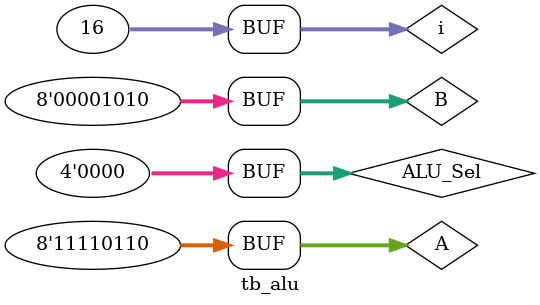
<source format=v>
module alu(
           input [7:0] A,B,                  
           input [3:0] ALU_Sel,
           output reg [7:0] ALU_Out, 
           output  CarryOut // Carry Out Flag
    );
    wire [8:0] tmp;
    assign tmp = {1'b0,A} + {1'b0,B};
    assign CarryOut = tmp[8]; // Carryout flag

    always @(*) 
    begin  
        case(ALU_Sel)
        4'b0000: 
           ALU_Out = A + B; 
        4'b0001: 
           ALU_Out = A - B;
        4'b0010:
           ALU_Out = A * B;
        4'b0011: 
           ALU_Out = A/B;
        4'b0100: 
           ALU_Out = A<<1;
         4'b0101:
           ALU_Out = A>>1;
         4'b0110: 
           ALU_Out = {A[6:0],A[7]};
         4'b0111:
           ALU_Out = {A[0],A[7:1]};
          4'b1000:
           ALU_Out = A & B;
          4'b1001: 
           ALU_Out = A | B;
          4'b1010: 
           ALU_Out = A ^ B;
          4'b1011:
           ALU_Out = ~(A | B);
          4'b1100:
           ALU_Out = ~(A & B);
          4'b1101: 
           ALU_Out = ~(A ^ B);
          4'b1110: 
           ALU_Out = (A>B)?8'd1:8'd0;
          4'b1111: 
           ALU_Out = (A==B)?8'd1:8'd0;
          default: ALU_Out = A + B;
        endcase
    end 
endmodule

`timescale 1ns / 1ps  
module tb_alu;
 reg[7:0] A,Carryout;
 reg[3:0] ALU_Sel;
 reg[7:0] B;

 wire[7:0] ALU_Out;
 wire CarryOut;
 integer i;
 alu test_uut(
            A,B,                   
            ALU_Sel,
            ALU_Out, 
            CarryOut // Carry Out Flag
     );
    initial begin
        $dumpfile("alu.vcd");
        $dumpvars(0, tb_alu);
        A = 8'h0A;
        B = 8'h02;
        ALU_Sel = 4'h0;
        
        for (i=0;i<=15;i=i+1) 
        begin
        ALU_Sel = ALU_Sel + 4'b01;
        #10;   
        end;
        
        A = 8'hF6;
        B = 8'h0A;
    end
endmodule

//Initially the errors are-

// they can be viewed as 4 parts:

/*
alu_with_errors.v:47: syntax error

alu_with_errors.v:52: error: malformed statement
alu_with_errors.v:52: error: Incomprehensible case expression.

alu_with_errors.v:53: syntax error
alu_with_errors.v:55: error: malformed statement
alu_with_errors.v:55: error: Incomprehensible case expression.

alu_with_errors.v:56: syntax error
I give up.
*/


// After adding begin and end to always block,
//changing name of the module in module in dumpvars()
//Remaining errors :-

/*
alu_with_errors.v:47: syntax error
alu_with_errors.v:52: error: malformed statement
alu_with_errors.v:52: error: Incomprehensible case expression.
alu_with_errors.v:53: syntax error
alu_with_errors.v:55: error: malformed statement
alu_with_errors.v:55: error: Incomprehensible case expression.
alu_with_errors.v:56: syntax error
I give up.
*/


// After watching few tutorials on verilog:
//Removed ALU_Result cuz it appeared to be redundant,  rewrote the code

/*
alu_with_errors.v:12: syntax error
alu_with_errors.v:12: error: Invalid module instantiation
alu_with_errors.v:16: error: invalid module item.
alu_with_errors.v:17: syntax error
alu_with_errors.v:18: error: invalid module item.
alu_with_errors.v:19: syntax error
alu_with_errors.v:20: error: invalid module item.
alu_with_errors.v:21: syntax error
alu_with_errors.v:22: error: invalid module item.
alu_with_errors.v:23: syntax error
alu_with_errors.v:24: error: invalid module item.
alu_with_errors.v:25: syntax error
alu_with_errors.v:26: error: invalid module item.
alu_with_errors.v:27: syntax error
alu_with_errors.v:28: error: invalid module item.
alu_with_errors.v:29: syntax error
alu_with_errors.v:30: error: invalid module item.
alu_with_errors.v:31: syntax error
alu_with_errors.v:32: error: invalid module item.
alu_with_errors.v:33: syntax error
alu_with_errors.v:34: error: invalid module item.
alu_with_errors.v:35: syntax error
alu_with_errors.v:36: error: invalid module item.
alu_with_errors.v:37: syntax error
alu_with_errors.v:38: error: invalid module item.
alu_with_errors.v:39: syntax error
alu_with_errors.v:40: error: invalid module item.
alu_with_errors.v:41: syntax error
alu_with_errors.v:42: error: invalid module item.
alu_with_errors.v:43: syntax error
alu_with_errors.v:44: error: invalid module item.
alu_with_errors.v:45: syntax error
alu_with_errors.v:46: error: invalid module item.
alu_with_errors.v:47: syntax error
alu_with_errors.v:47: error: invalid module item.
alu_with_errors.v:48: syntax error
alu_with_errors.v:52: error: invalid module item.
alu_with_errors.v:57: error: 'ALU_Out' has already been declared in this scope.
alu_with_errors.v:4:      : It was declared here as a variable.
alu_with_errors.v:58: error: 'CarryOut' has already been declared in this scope.
alu_with_errors.v:5:      : It was declared here as a variable.
*/

//After bunch of trial and learning verilog , this is the final file
</source>
